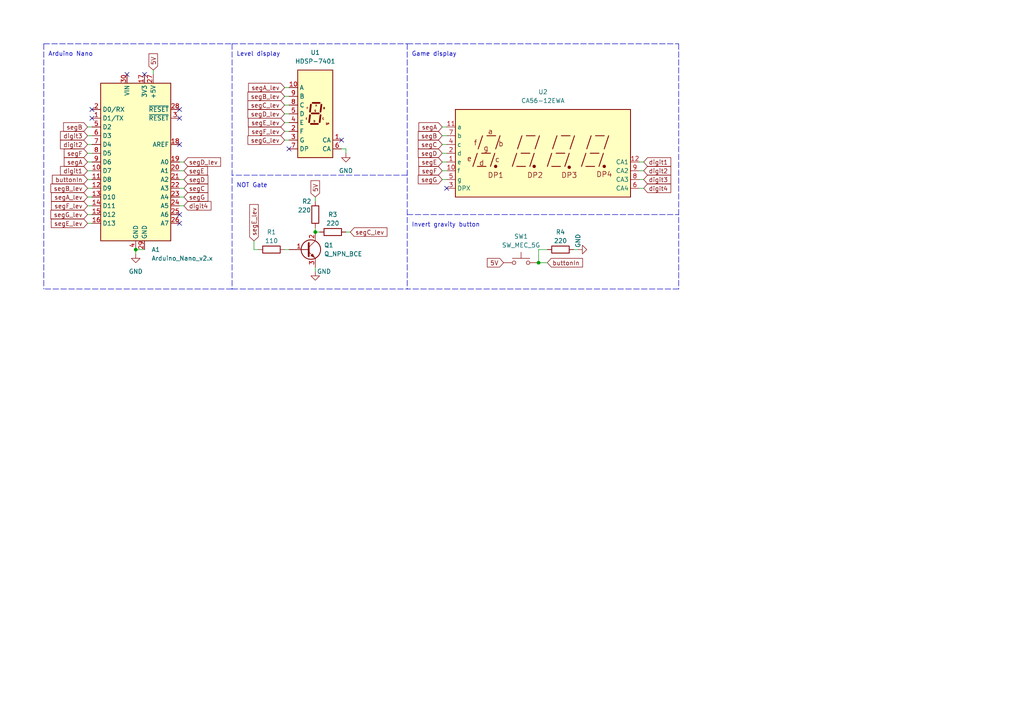
<source format=kicad_sch>
(kicad_sch (version 20211123) (generator eeschema)
  (paper "A4")
  (lib_symbols
    (symbol "Device:Q_NPN_BCE" (pin_names (offset 0) hide)
      (property "Reference" "Q" (at 5.08 1.27 0))
      (property "Value" "Q_NPN_BCE" (at 5.08 -1.27 0))
      (symbol "Q_NPN_BCE_0_1"
        (polyline (pts (xy 0.635 0.635) (xy 2.54 2.54)))
        (polyline (pts (xy 0.635 -0.635) (xy 2.54 -2.54) (xy 2.54 -2.54)))
        (polyline (pts (xy 0.635 1.905) (xy 0.635 -1.905) (xy 0.635 -1.905)) (stroke (width 0.508)))
        (polyline (pts (xy 1.27 -1.778) (xy 1.778 -1.27) (xy 2.286 -2.286) (xy 1.27 -1.778) (xy 1.27 -1.778)) (fill (type outline)))
        (circle (center 1.27 0) (radius 2.8194) (stroke (width 0.254)))
      )
      (symbol "Q_NPN_BCE_1_1"
        (pin input line (at -5.08 0 0) (length 5.715) (name "B") (number "1"))
        (pin passive line (at 2.54 5.08 270) (length 2.54) (name "C") (number "2"))
        (pin passive line (at 2.54 -5.08 90) (length 2.54) (name "E") (number "3"))
      )
    )
    (symbol "Device:R" (pin_numbers hide) (pin_names (offset 0))
      (property "Reference" "R" (at 2.032 0 90))
      (property "Value" "R" (at 0 0 90))
      (symbol "R_0_1"
        (rectangle (start -1.016 -2.54) (end 1.016 2.54) (stroke (width 0.254)))
      )
      (symbol "R_1_1"
        (pin passive line (at 0 3.81 270) (length 1.27) (name "~") (number "1"))
        (pin passive line (at 0 -3.81 90) (length 1.27) (name "~") (number "2"))
      )
    )
    (symbol "Display_Character:CA56-12EWA"
      (property "Reference" "U" (at -24.13 13.97 0))
      (property "Value" "CA56-12EWA" (at 19.05 13.97 0))
      (symbol "CA56-12EWA_0_0"
        (rectangle (start -25.4 12.7) (end 25.4 -12.7) (stroke (width 0.254)) (fill (type background)))
        (polyline (pts (xy -20.32 -3.81) (xy -19.05 0)) (stroke (width 0.254)))
        (polyline (pts (xy -19.05 -3.81) (xy -16.51 -3.81)) (stroke (width 0.254)))
        (polyline (pts (xy -18.796 1.27) (xy -17.526 5.08)) (stroke (width 0.254)))
        (polyline (pts (xy -17.78 0) (xy -15.24 0)) (stroke (width 0.254)))
        (polyline (pts (xy -16.256 5.08) (xy -13.716 5.08)) (stroke (width 0.254)))
        (polyline (pts (xy -15.24 -3.81) (xy -13.97 0)) (stroke (width 0.254)))
        (polyline (pts (xy -13.716 1.27) (xy -12.446 5.08)) (stroke (width 0.254)))
        (polyline (pts (xy -8.89 -3.81) (xy -7.62 0)) (stroke (width 0.254)))
        (polyline (pts (xy -7.62 -3.81) (xy -5.08 -3.81)) (stroke (width 0.254)))
        (polyline (pts (xy -7.366 1.27) (xy -6.096 5.08)) (stroke (width 0.254)))
        (polyline (pts (xy -6.35 0) (xy -3.81 0)) (stroke (width 0.254)))
        (polyline (pts (xy -4.826 5.08) (xy -2.286 5.08)) (stroke (width 0.254)))
        (polyline (pts (xy -3.81 -3.81) (xy -2.54 0)) (stroke (width 0.254)))
        (polyline (pts (xy -2.286 1.27) (xy -1.016 5.08)) (stroke (width 0.254)))
        (polyline (pts (xy 1.27 -3.81) (xy 2.54 0)) (stroke (width 0.254)))
        (polyline (pts (xy 2.54 -3.81) (xy 5.08 -3.81)) (stroke (width 0.254)))
        (polyline (pts (xy 2.794 1.27) (xy 4.064 5.08)) (stroke (width 0.254)))
        (polyline (pts (xy 3.81 0) (xy 6.35 0)) (stroke (width 0.254)))
        (polyline (pts (xy 5.334 5.08) (xy 7.874 5.08)) (stroke (width 0.254)))
        (polyline (pts (xy 6.35 -3.81) (xy 7.62 0)) (stroke (width 0.254)))
        (polyline (pts (xy 7.874 1.27) (xy 9.144 5.08)) (stroke (width 0.254)))
        (polyline (pts (xy 11.176 -3.81) (xy 12.446 0)) (stroke (width 0.254)))
        (polyline (pts (xy 12.446 -3.81) (xy 14.986 -3.81)) (stroke (width 0.254)))
        (polyline (pts (xy 12.7 1.27) (xy 13.97 5.08)) (stroke (width 0.254)))
        (polyline (pts (xy 13.716 0) (xy 16.256 0)) (stroke (width 0.254)))
        (polyline (pts (xy 15.24 5.08) (xy 17.78 5.08)) (stroke (width 0.254)))
        (polyline (pts (xy 16.256 -3.81) (xy 17.526 0)) (stroke (width 0.254)))
        (polyline (pts (xy 17.78 1.27) (xy 19.05 5.08)) (stroke (width 0.254)))
        (text "a" (at -15.24 6.35 0) (effects (font (size 1.524 1.524))))
        (text "b" (at -12.192 2.794 0) (effects (font (size 1.524 1.524))))
        (text "c" (at -13.208 -1.778 0) (effects (font (size 1.524 1.524))))
        (text "d" (at -17.78 -2.794 0) (effects (font (size 1.524 1.524))))
        (text "DP1" (at -13.716 -6.35 0) (effects (font (size 1.524 1.524))))
        (text "DP2" (at -2.286 -6.35 0) (effects (font (size 1.524 1.524))))
        (text "DP3" (at 7.62 -6.35 0) (effects (font (size 1.524 1.524))))
        (text "DP4" (at 17.78 -6.096 0) (effects (font (size 1.524 1.524))))
        (text "e" (at -21.336 -1.524 0) (effects (font (size 1.524 1.524))))
        (text "f" (at -19.558 3.048 0) (effects (font (size 1.524 1.524))))
        (text "g" (at -16.51 1.524 0) (effects (font (size 1.524 1.524))))
      )
      (symbol "CA56-12EWA_0_1"
        (circle (center -13.716 -3.81) (radius 0.3556) (stroke (width 0.254)) (fill (type outline)))
        (circle (center -2.54 -3.81) (radius 0.3556) (stroke (width 0.254)) (fill (type outline)))
      )
      (symbol "CA56-12EWA_1_0"
        (circle (center 7.62 -4.064) (radius 0.3556) (stroke (width 0.254)) (fill (type outline)))
        (circle (center 17.78 -3.81) (radius 0.3556) (stroke (width 0.254)) (fill (type outline)))
      )
      (symbol "CA56-12EWA_1_1"
        (pin input line (at -27.94 -2.54 0) (length 2.54) (name "e") (number "1"))
        (pin input line (at -27.94 -5.08 0) (length 2.54) (name "f") (number "10"))
        (pin input line (at -27.94 7.62 0) (length 2.54) (name "a") (number "11"))
        (pin input line (at 27.94 -2.54 180) (length 2.54) (name "CA1") (number "12"))
        (pin input line (at -27.94 0 0) (length 2.54) (name "d") (number "2"))
        (pin input line (at -27.94 -10.16 0) (length 2.54) (name "DPX") (number "3"))
        (pin input line (at -27.94 2.54 0) (length 2.54) (name "c") (number "4"))
        (pin input line (at -27.94 -7.62 0) (length 2.54) (name "g") (number "5"))
        (pin input line (at 27.94 -10.16 180) (length 2.54) (name "CA4") (number "6"))
        (pin input line (at -27.94 5.08 0) (length 2.54) (name "b") (number "7"))
        (pin input line (at 27.94 -7.62 180) (length 2.54) (name "CA3") (number "8"))
        (pin input line (at 27.94 -5.08 180) (length 2.54) (name "CA2") (number "9"))
      )
    )
    (symbol "Display_Character:HDSP-7401"
      (property "Reference" "U" (at -3.81 13.97 0))
      (property "Value" "HDSP-7401" (at 6.35 13.97 0))
      (symbol "HDSP-7401_1_0"
        (text "A" (at 0.254 2.413 0) (effects (font (size 0.508 0.508))))
        (text "B" (at 2.54 1.651 0) (effects (font (size 0.508 0.508))))
        (text "C" (at 2.286 -1.397 0) (effects (font (size 0.508 0.508))))
        (text "D" (at -0.254 -2.159 0) (effects (font (size 0.508 0.508))))
        (text "DP" (at 3.556 -2.921 0) (effects (font (size 0.508 0.508))))
        (text "E" (at -2.54 -1.397 0) (effects (font (size 0.508 0.508))))
        (text "F" (at -2.286 1.651 0) (effects (font (size 0.508 0.508))))
        (text "G" (at 0 0.889 0) (effects (font (size 0.508 0.508))))
      )
      (symbol "HDSP-7401_1_1"
        (rectangle (start -5.08 12.7) (end 5.08 -12.7) (stroke (width 0.254)) (fill (type background)))
        (polyline (pts (xy -1.524 -0.381) (xy -1.778 -2.413)) (stroke (width 0.508)))
        (polyline (pts (xy -1.27 -2.921) (xy 0.762 -2.921)) (stroke (width 0.508)))
        (polyline (pts (xy -1.27 2.667) (xy -1.524 0.635)) (stroke (width 0.508)))
        (polyline (pts (xy -1.016 0.127) (xy 1.016 0.127)) (stroke (width 0.508)))
        (polyline (pts (xy -0.762 3.175) (xy 1.27 3.175)) (stroke (width 0.508)))
        (polyline (pts (xy 1.524 -0.381) (xy 1.27 -2.413)) (stroke (width 0.508)))
        (polyline (pts (xy 1.778 2.667) (xy 1.524 0.635)) (stroke (width 0.508)))
        (polyline (pts (xy 2.54 -2.921) (xy 2.54 -2.921)) (stroke (width 0.508)))
        (pin input line (at 7.62 -7.62 180) (length 2.54) (name "CA") (number "1"))
        (pin input line (at -7.62 7.62 0) (length 2.54) (name "A") (number "10"))
        (pin input line (at -7.62 -5.08 0) (length 2.54) (name "F") (number "2"))
        (pin input line (at -7.62 -7.62 0) (length 2.54) (name "G") (number "3"))
        (pin input line (at -7.62 -2.54 0) (length 2.54) (name "E") (number "4"))
        (pin input line (at -7.62 0 0) (length 2.54) (name "D") (number "5"))
        (pin input line (at 7.62 -10.16 180) (length 2.54) (name "CA") (number "6"))
        (pin input line (at -7.62 -10.16 0) (length 2.54) (name "DP") (number "7"))
        (pin input line (at -7.62 2.54 0) (length 2.54) (name "C") (number "8"))
        (pin input line (at -7.62 5.08 0) (length 2.54) (name "B") (number "9"))
      )
    )
    (symbol "MCU_Module:Arduino_Nano_v2.x"
      (property "Reference" "A" (at -10.16 23.495 0))
      (property "Value" "Arduino_Nano_v2.x" (at 5.08 -24.13 0))
      (symbol "Arduino_Nano_v2.x_0_1"
        (rectangle (start -10.16 22.86) (end 10.16 -22.86) (stroke (width 0.254)) (fill (type background)))
      )
      (symbol "Arduino_Nano_v2.x_1_1"
        (pin bidirectional line (at -12.7 12.7 0) (length 2.54) (name "D1/TX") (number "1"))
        (pin bidirectional line (at -12.7 -2.54 0) (length 2.54) (name "D7") (number "10"))
        (pin bidirectional line (at -12.7 -5.08 0) (length 2.54) (name "D8") (number "11"))
        (pin bidirectional line (at -12.7 -7.62 0) (length 2.54) (name "D9") (number "12"))
        (pin bidirectional line (at -12.7 -10.16 0) (length 2.54) (name "D10") (number "13"))
        (pin bidirectional line (at -12.7 -12.7 0) (length 2.54) (name "D11") (number "14"))
        (pin bidirectional line (at -12.7 -15.24 0) (length 2.54) (name "D12") (number "15"))
        (pin bidirectional line (at -12.7 -17.78 0) (length 2.54) (name "D13") (number "16"))
        (pin power_out line (at 2.54 25.4 270) (length 2.54) (name "3V3") (number "17"))
        (pin input line (at 12.7 5.08 180) (length 2.54) (name "AREF") (number "18"))
        (pin bidirectional line (at 12.7 0 180) (length 2.54) (name "A0") (number "19"))
        (pin bidirectional line (at -12.7 15.24 0) (length 2.54) (name "D0/RX") (number "2"))
        (pin bidirectional line (at 12.7 -2.54 180) (length 2.54) (name "A1") (number "20"))
        (pin bidirectional line (at 12.7 -5.08 180) (length 2.54) (name "A2") (number "21"))
        (pin bidirectional line (at 12.7 -7.62 180) (length 2.54) (name "A3") (number "22"))
        (pin bidirectional line (at 12.7 -10.16 180) (length 2.54) (name "A4") (number "23"))
        (pin bidirectional line (at 12.7 -12.7 180) (length 2.54) (name "A5") (number "24"))
        (pin bidirectional line (at 12.7 -15.24 180) (length 2.54) (name "A6") (number "25"))
        (pin bidirectional line (at 12.7 -17.78 180) (length 2.54) (name "A7") (number "26"))
        (pin power_out line (at 5.08 25.4 270) (length 2.54) (name "+5V") (number "27"))
        (pin input line (at 12.7 15.24 180) (length 2.54) (name "~{RESET}") (number "28"))
        (pin power_in line (at 2.54 -25.4 90) (length 2.54) (name "GND") (number "29"))
        (pin input line (at 12.7 12.7 180) (length 2.54) (name "~{RESET}") (number "3"))
        (pin power_in line (at -2.54 25.4 270) (length 2.54) (name "VIN") (number "30"))
        (pin power_in line (at 0 -25.4 90) (length 2.54) (name "GND") (number "4"))
        (pin bidirectional line (at -12.7 10.16 0) (length 2.54) (name "D2") (number "5"))
        (pin bidirectional line (at -12.7 7.62 0) (length 2.54) (name "D3") (number "6"))
        (pin bidirectional line (at -12.7 5.08 0) (length 2.54) (name "D4") (number "7"))
        (pin bidirectional line (at -12.7 2.54 0) (length 2.54) (name "D5") (number "8"))
        (pin bidirectional line (at -12.7 0 0) (length 2.54) (name "D6") (number "9"))
      )
    )
    (symbol "Switch:SW_MEC_5G" (pin_numbers hide) (pin_names (offset 1.016) hide)
      (property "Reference" "SW" (at 1.27 2.54 0))
      (property "Value" "SW_MEC_5G" (at 0 -1.524 0))
      (symbol "SW_MEC_5G_0_1"
        (circle (center -2.032 0) (radius 0.508))
        (polyline (pts (xy 0 1.27) (xy 0 3.048)))
        (polyline (pts (xy 2.54 1.27) (xy -2.54 1.27)))
        (circle (center 2.032 0) (radius 0.508))
        (pin passive line (at -5.08 0 0) (length 2.54) (name "A") (number "1"))
        (pin passive line (at 5.08 0 180) (length 2.54) (name "B") (number "3"))
      )
      (symbol "SW_MEC_5G_1_1"
        (pin passive line (at -5.08 0 0) (length 2.54) hide (name "A") (number "2"))
        (pin passive line (at 5.08 0 180) (length 2.54) hide (name "B") (number "4"))
      )
    )
    (symbol "power:GND" (power) (pin_names (offset 0))
      (property "Value" "GND" (at 0 -3.81 0))
      (symbol "GND_0_1"
        (polyline (pts (xy 0 0) (xy 0 -1.27) (xy 1.27 -1.27) (xy 0 -2.54) (xy -1.27 -1.27) (xy 0 -1.27)))
      )
      (symbol "GND_1_1"
        (pin power_in line (at 0 0 270) (length 0) hide (name "GND") (number "1"))
      )
    )
  )
  (junction (at 39.37 72.39))
  (junction (at 91.44 67.31))
  (junction (at 156.21 76.2))
  (no_connect (at 52.07 62.23))
  (no_connect (at 52.07 41.91))
  (no_connect (at 99.06 40.64))
  (no_connect (at 83.82 43.18))
  (no_connect (at 41.91 21.59))
  (no_connect (at 52.07 64.77))
  (no_connect (at 52.07 34.29))
  (no_connect (at 129.54 54.61))
  (no_connect (at 26.67 31.75))
  (no_connect (at 52.07 31.75))
  (no_connect (at 26.67 34.29))
  (no_connect (at 36.83 21.59))
  (polyline (pts (xy 118.11 12.7) (xy 196.85 12.7)))
  (wire (pts (xy 166.37 72.39) (xy 167.64 72.39)))
  (wire (pts (xy 185.42 52.07) (xy 186.69 52.07)))
  (polyline (pts (xy 67.31 83.82) (xy 12.7 83.82)))
  (wire (pts (xy 25.4 44.45) (xy 26.67 44.45)))
  (wire (pts (xy 25.4 54.61) (xy 26.67 54.61)))
  (wire (pts (xy 91.44 77.47) (xy 91.44 78.74)))
  (wire (pts (xy 158.75 72.39) (xy 156.21 72.39)))
  (wire (pts (xy 25.4 41.91) (xy 26.67 41.91)))
  (wire (pts (xy 52.07 59.69) (xy 53.34 59.69)))
  (wire (pts (xy 25.4 62.23) (xy 26.67 62.23)))
  (wire (pts (xy 25.4 59.69) (xy 26.67 59.69)))
  (polyline (pts (xy 67.31 12.7) (xy 118.11 12.7)))
  (wire (pts (xy 25.4 39.37) (xy 26.67 39.37)))
  (wire (pts (xy 128.27 39.37) (xy 129.54 39.37)))
  (wire (pts (xy 25.4 36.83) (xy 26.67 36.83)))
  (wire (pts (xy 25.4 57.15) (xy 26.67 57.15)))
  (wire (pts (xy 185.42 46.99) (xy 186.69 46.99)))
  (wire (pts (xy 52.07 46.99) (xy 53.34 46.99)))
  (polyline (pts (xy 67.31 83.82) (xy 118.11 83.82)))
  (wire (pts (xy 25.4 52.07) (xy 26.67 52.07)))
  (wire (pts (xy 99.06 43.18) (xy 100.33 43.18)))
  (wire (pts (xy 52.07 49.53) (xy 53.34 49.53)))
  (wire (pts (xy 82.55 38.1) (xy 83.82 38.1)))
  (polyline (pts (xy 118.11 62.23) (xy 196.85 62.23)))
  (wire (pts (xy 91.44 57.15) (xy 91.44 58.42)))
  (wire (pts (xy 82.55 25.4) (xy 83.82 25.4)))
  (polyline (pts (xy 196.85 83.82) (xy 118.11 83.82)))
  (polyline (pts (xy 118.11 49.53) (xy 118.11 50.8)))
  (polyline (pts (xy 118.11 50.8) (xy 67.31 50.8)))
  (wire (pts (xy 52.07 54.61) (xy 53.34 54.61)))
  (wire (pts (xy 128.27 46.99) (xy 129.54 46.99)))
  (wire (pts (xy 156.21 72.39) (xy 156.21 76.2)))
  (wire (pts (xy 39.37 72.39) (xy 39.37 73.66)))
  (wire (pts (xy 25.4 49.53) (xy 26.67 49.53)))
  (wire (pts (xy 82.55 30.48) (xy 83.82 30.48)))
  (wire (pts (xy 82.55 35.56) (xy 83.82 35.56)))
  (polyline (pts (xy 12.7 12.7) (xy 67.31 12.7)))
  (wire (pts (xy 128.27 41.91) (xy 129.54 41.91)))
  (polyline (pts (xy 67.31 12.7) (xy 67.31 83.82)))
  (wire (pts (xy 73.66 72.39) (xy 74.93 72.39)))
  (wire (pts (xy 100.33 67.31) (xy 101.6 67.31)))
  (wire (pts (xy 185.42 54.61) (xy 186.69 54.61)))
  (wire (pts (xy 73.66 69.85) (xy 73.66 72.39)))
  (wire (pts (xy 44.45 20.32) (xy 44.45 21.59)))
  (wire (pts (xy 128.27 49.53) (xy 129.54 49.53)))
  (wire (pts (xy 52.07 57.15) (xy 53.34 57.15)))
  (wire (pts (xy 128.27 44.45) (xy 129.54 44.45)))
  (wire (pts (xy 156.21 76.2) (xy 158.75 76.2)))
  (wire (pts (xy 128.27 36.83) (xy 129.54 36.83)))
  (wire (pts (xy 25.4 64.77) (xy 26.67 64.77)))
  (wire (pts (xy 39.37 72.39) (xy 41.91 72.39)))
  (wire (pts (xy 91.44 66.04) (xy 91.44 67.31)))
  (polyline (pts (xy 196.85 12.7) (xy 196.85 83.82)))
  (wire (pts (xy 82.55 40.64) (xy 83.82 40.64)))
  (wire (pts (xy 82.55 72.39) (xy 83.82 72.39)))
  (polyline (pts (xy 118.11 12.7) (xy 118.11 83.82)))
  (wire (pts (xy 82.55 33.02) (xy 83.82 33.02)))
  (wire (pts (xy 82.55 27.94) (xy 83.82 27.94)))
  (polyline (pts (xy 12.7 12.7) (xy 12.7 83.82)))
  (wire (pts (xy 52.07 52.07) (xy 53.34 52.07)))
  (wire (pts (xy 128.27 52.07) (xy 129.54 52.07)))
  (wire (pts (xy 100.33 43.18) (xy 100.33 44.45)))
  (wire (pts (xy 91.44 67.31) (xy 92.71 67.31)))
  (wire (pts (xy 25.4 46.99) (xy 26.67 46.99)))
  (wire (pts (xy 185.42 49.53) (xy 186.69 49.53)))
  (text "NOT Gate\n" (at 68.58 54.61 0) (effects (font (size 1.27 1.27)) (justify left bottom)))
  (text "Arduino Nano\n" (at 13.97 16.51 0) (effects (font (size 1.27 1.27)) (justify left bottom)))
  (text "Invert gravity button\n" (at 119.38 66.04 0) (effects (font (size 1.27 1.27)) (justify left bottom)))
  (text "Game display\n" (at 119.38 16.51 0) (effects (font (size 1.27 1.27)) (justify left bottom)))
  (text "Level display\n" (at 68.58 16.51 0) (effects (font (size 1.27 1.27)) (justify left bottom)))
  (global_label "segB" (shape input) (at 25.4 36.83 180) (property "Intersheet References" "${INTERSHEET_REFS}" (effects hide)))
  (global_label "segC" (shape input) (at 128.27 41.91 180) (property "Intersheet References" "${INTERSHEET_REFS}" (effects hide)))
  (global_label "segA" (shape input) (at 128.27 36.83 180) (property "Intersheet References" "${INTERSHEET_REFS}" (effects hide)))
  (global_label "segD" (shape input) (at 128.27 44.45 180) (property "Intersheet References" "${INTERSHEET_REFS}" (effects hide)))
  (global_label "segB_lev" (shape input) (at 25.4 54.61 180) (property "Intersheet References" "${INTERSHEET_REFS}" (effects hide)))
  (global_label "segG" (shape input) (at 128.27 52.07 180) (property "Intersheet References" "${INTERSHEET_REFS}" (effects hide)))
  (global_label "segE_lev" (shape input) (at 25.4 64.77 180) (property "Intersheet References" "${INTERSHEET_REFS}" (effects hide)))
  (global_label "segG_lev" (shape input) (at 82.55 40.64 180) (property "Intersheet References" "${INTERSHEET_REFS}" (effects hide)))
  (global_label "segE" (shape input) (at 53.34 49.53 0) (property "Intersheet References" "${INTERSHEET_REFS}" (effects hide)))
  (global_label "segD_lev" (shape input) (at 53.34 46.99 0) (property "Intersheet References" "${INTERSHEET_REFS}" (effects hide)))
  (global_label "segF_lev" (shape input) (at 82.55 38.1 180) (property "Intersheet References" "${INTERSHEET_REFS}" (effects hide)))
  (global_label "digit4" (shape input) (at 53.34 59.69 0) (property "Intersheet References" "${INTERSHEET_REFS}" (effects hide)))
  (global_label "digit3" (shape input) (at 186.69 52.07 0) (property "Intersheet References" "${INTERSHEET_REFS}" (effects hide)))
  (global_label "segA_lev" (shape input) (at 25.4 57.15 180) (property "Intersheet References" "${INTERSHEET_REFS}" (effects hide)))
  (global_label "segG_lev" (shape input) (at 25.4 62.23 180) (property "Intersheet References" "${INTERSHEET_REFS}" (effects hide)))
  (global_label "segE_lev" (shape input) (at 73.66 69.85 90) (property "Intersheet References" "${INTERSHEET_REFS}" (effects hide)))
  (global_label "digit1" (shape input) (at 186.69 46.99 0) (property "Intersheet References" "${INTERSHEET_REFS}" (effects hide)))
  (global_label "segC_lev" (shape input) (at 101.6 67.31 0) (property "Intersheet References" "${INTERSHEET_REFS}" (effects hide)))
  (global_label "digit1" (shape input) (at 25.4 49.53 180) (property "Intersheet References" "${INTERSHEET_REFS}" (effects hide)))
  (global_label "segD" (shape input) (at 53.34 52.07 0) (property "Intersheet References" "${INTERSHEET_REFS}" (effects hide)))
  (global_label "5V" (shape input) (at 44.45 20.32 90) (property "Intersheet References" "${INTERSHEET_REFS}" (effects hide)))
  (global_label "segC" (shape input) (at 53.34 54.61 0) (property "Intersheet References" "${INTERSHEET_REFS}" (effects hide)))
  (global_label "segB" (shape input) (at 128.27 39.37 180) (property "Intersheet References" "${INTERSHEET_REFS}" (effects hide)))
  (global_label "segA_lev" (shape input) (at 82.55 25.4 180) (property "Intersheet References" "${INTERSHEET_REFS}" (effects hide)))
  (global_label "5V" (shape input) (at 91.44 57.15 90) (property "Intersheet References" "${INTERSHEET_REFS}" (effects hide)))
  (global_label "segF" (shape input) (at 25.4 44.45 180) (property "Intersheet References" "${INTERSHEET_REFS}" (effects hide)))
  (global_label "digit2" (shape input) (at 186.69 49.53 0) (property "Intersheet References" "${INTERSHEET_REFS}" (effects hide)))
  (global_label "segF" (shape input) (at 128.27 49.53 180) (property "Intersheet References" "${INTERSHEET_REFS}" (effects hide)))
  (global_label "segG" (shape input) (at 53.34 57.15 0) (property "Intersheet References" "${INTERSHEET_REFS}" (effects hide)))
  (global_label "segB_lev" (shape input) (at 82.55 27.94 180) (property "Intersheet References" "${INTERSHEET_REFS}" (effects hide)))
  (global_label "segC_lev" (shape input) (at 82.55 30.48 180) (property "Intersheet References" "${INTERSHEET_REFS}" (effects hide)))
  (global_label "segE_lev" (shape input) (at 82.55 35.56 180) (property "Intersheet References" "${INTERSHEET_REFS}" (effects hide)))
  (global_label "segA" (shape input) (at 25.4 46.99 180) (property "Intersheet References" "${INTERSHEET_REFS}" (effects hide)))
  (global_label "buttonIn" (shape input) (at 158.75 76.2 0) (property "Intersheet References" "${INTERSHEET_REFS}" (effects hide)))
  (global_label "segE" (shape input) (at 128.27 46.99 180) (property "Intersheet References" "${INTERSHEET_REFS}" (effects hide)))
  (global_label "digit3" (shape input) (at 25.4 39.37 180) (property "Intersheet References" "${INTERSHEET_REFS}" (effects hide)))
  (global_label "digit4" (shape input) (at 186.69 54.61 0) (property "Intersheet References" "${INTERSHEET_REFS}" (effects hide)))
  (global_label "buttonIn" (shape input) (at 25.4 52.07 180) (property "Intersheet References" "${INTERSHEET_REFS}" (effects hide)))
  (global_label "segF_lev" (shape input) (at 25.4 59.69 180) (property "Intersheet References" "${INTERSHEET_REFS}" (effects hide)))
  (global_label "digit2" (shape input) (at 25.4 41.91 180) (property "Intersheet References" "${INTERSHEET_REFS}" (effects hide)))
  (global_label "5V" (shape input) (at 146.05 76.2 180) (property "Intersheet References" "${INTERSHEET_REFS}" (effects hide)))
  (global_label "segD_lev" (shape input) (at 82.55 33.02 180) (property "Intersheet References" "${INTERSHEET_REFS}" (effects hide)))
  (symbol (lib_id "Device:Q_NPN_BCE") (at 88.9 72.39 0) (unit 1)
    (property "Reference" "Q1" (at 93.98 71.1199 0) (effects (justify left)))
    (property "Value" "Q_NPN_BCE" (at 93.98 73.6599 0) (effects (justify left)))
  )
  (symbol (lib_id "power:GND") (at 100.33 44.45 0) (unit 1)
    (property "Reference" "#PWR03" (effects hide))
    (property "Value" "GND" (at 100.33 49.53 0))
  )
  (symbol (lib_id "Device:R") (at 91.44 62.23 0) (unit 1)
    (property "Reference" "R2" (at 87.63 58.42 0) (effects (justify left)))
    (property "Value" "220" (at 86.36 60.96 0) (effects (justify left)))
  )
  (symbol (lib_id "MCU_Module:Arduino_Nano_v2.x") (at 39.37 46.99 0) (unit 1)
    (property "Reference" "A1" (at 43.9294 72.39 0) (effects (justify left)))
    (property "Value" "Arduino_Nano_v2.x" (at 43.9294 74.93 0) (effects (justify left)))
    (property "Footprint" "Module:Arduino_Nano" (effects hide))
    (property "Datasheet" "https://www.arduino.cc/en/uploads/Main/ArduinoNanoManual23.pdf" (effects hide))
  )
  (symbol (lib_id "power:GND") (at 91.44 78.74 0) (unit 1)
    (property "Reference" "#PWR02" (effects hide))
    (property "Value" "GND" (at 93.98 78.74 0))
  )
  (symbol (lib_id "Device:R") (at 162.56 72.39 90) (unit 1)
    (property "Reference" "R4" (at 162.56 67.31 90))
    (property "Value" "220" (at 162.56 69.85 90))
  )
  (symbol (lib_id "power:GND") (at 167.64 72.39 90) (unit 1)
    (property "Reference" "#PWR04" (effects hide))
    (property "Value" "GND" (at 167.64 69.85 0))
  )
  (symbol (lib_id "Device:R") (at 96.52 67.31 90) (unit 1)
    (property "Reference" "R3" (at 96.52 62.23 90))
    (property "Value" "220" (at 96.52 64.77 90))
  )
  (symbol (lib_id "power:GND") (at 39.37 73.66 0) (unit 1)
    (property "Reference" "#PWR01" (effects hide))
    (property "Value" "GND" (at 39.37 78.74 0))
  )
  (symbol (lib_id "Device:R") (at 78.74 72.39 90) (unit 1)
    (property "Reference" "R1" (at 78.74 67.31 90))
    (property "Value" "110" (at 78.74 69.85 90))
  )
  (symbol (lib_id "Switch:SW_MEC_5G") (at 151.13 76.2 0) (unit 1)
    (property "Reference" "SW1" (at 151.13 68.58 0))
    (property "Value" "SW_MEC_5G" (at 151.13 71.12 0))
    (property "Datasheet" "http://www.apem.com/int/index.php?controller=attachment&id_attachment=488" (effects hide))
  )
  (symbol (lib_id "Display_Character:HDSP-7401") (at 91.44 33.02 0) (unit 1)
    (property "Reference" "U1" (at 91.44 15.24 0))
    (property "Value" "HDSP-7401" (at 91.44 17.78 0))
    (property "Footprint" "Display_7Segment:HDSP-7401" (effects hide))
    (property "Datasheet" "https://docs.broadcom.com/docs/AV02-2553EN" (effects hide))
  )
  (symbol (lib_id "Display_Character:CA56-12EWA") (at 157.48 44.45 0) (unit 1)
    (property "Reference" "U2" (at 157.48 26.67 0))
    (property "Value" "CA56-12EWA" (at 157.48 29.21 0))
    (property "Footprint" "Display_7Segment:CA56-12EWA" (effects hide))
    (property "Datasheet" "http://www.kingbrightusa.com/images/catalog/SPEC/CA56-12EWA.pdf" (effects hide))
  )
)
</source>
